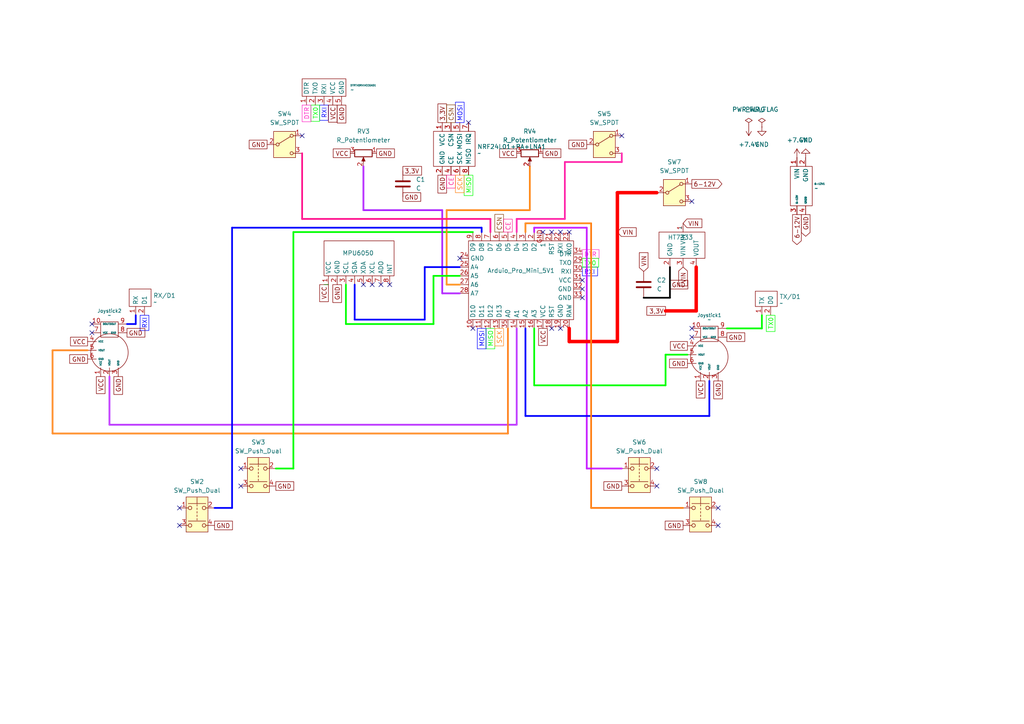
<source format=kicad_sch>
(kicad_sch (version 20231120) (generator "eeschema") (generator_version "8.0")
  (paper "A4")
  (lib_symbols
    (symbol "Controller_Components:6-12V"
      (property "Reference" "6-12V" (at 0 -4.826 0))
      (symbol "6-12V_0_1"
        (rectangle (start -3.175 0) (end 3.175 -11.43))
      )
      (symbol "6-12V_1_1"
        (pin passive line (at -1.27 2.54 270) (length 2.54) (name "VIN") (number "1"))
        (pin passive line (at 1.27 2.54 270) (length 2.54) (name "GND") (number "2"))
        (pin passive line (at -1.27 -13.97 90) (length 2.54) (name "6-12V") (number "3"))
        (pin passive line (at 1.27 -13.97 90) (length 2.54) (name "GNDO") (number "4"))
      )
    )
    (symbol "Controller_Components:Arduino_Pro_Mini_5V"
      (property "Reference" "Arduio_Pro_Mini_5V" (at -6.858 -18.542 0))
      (symbol "Arduino_Pro_Mini_5V_0_1"
        (rectangle (start -21.59 -5.08) (end 8.89 -27.94))
      )
      (symbol "Arduino_Pro_Mini_5V_1_1"
        (pin passive line (at -20.32 -30.48 90) (length 2.54) (name "D10") (number "10"))
        (pin passive line (at -17.78 -30.48 90) (length 2.54) (name "D11") (number "11"))
        (pin passive line (at -15.24 -30.48 90) (length 2.54) (name "D12") (number "12"))
        (pin passive line (at -12.7 -30.48 90) (length 2.54) (name "D13") (number "13"))
        (pin passive line (at -7.62 -30.48 90) (length 2.54) (name "A1") (number "14"))
        (pin passive line (at -5.08 -30.48 90) (length 2.54) (name "A2") (number "15"))
        (pin passive line (at -2.54 -30.48 90) (length 2.54) (name "A3") (number "16"))
        (pin passive line (at 0 -30.48 90) (length 2.54) (name "VCC") (number "17"))
        (pin passive line (at 2.54 -30.48 90) (length 2.54) (name "RST") (number "18"))
        (pin passive line (at 5.08 -30.48 90) (length 2.54) (name "GND") (number "19"))
        (pin passive line (at -2.54 -2.54 270) (length 2.54) (name "D2") (number "2"))
        (pin passive line (at 7.62 -30.48 90) (length 2.54) (name "RAW") (number "20"))
        (pin passive line (at 2.54 -2.54 270) (length 2.54) (name "RST") (number "21"))
        (pin passive line (at 5.08 -2.54 270) (length 2.54) (name "RXI") (number "22"))
        (pin passive line (at 7.62 -2.54 270) (length 2.54) (name "TXO") (number "23"))
        (pin passive line (at -24.13 -10.16 0) (length 2.54) (name "GND") (number "24"))
        (pin passive line (at -24.13 -12.7 0) (length 2.54) (name "A4") (number "25"))
        (pin passive line (at -24.13 -15.24 0) (length 2.54) (name "A5") (number "26"))
        (pin passive line (at -24.13 -17.78 0) (length 2.54) (name "A6") (number "27"))
        (pin passive line (at -24.13 -20.32 0) (length 2.54) (name "A7") (number "28"))
        (pin passive line (at 11.43 -11.43 180) (length 2.54) (name "TXO") (number "29"))
        (pin passive line (at -5.08 -2.54 270) (length 2.54) (name "D3") (number "3"))
        (pin passive line (at 11.43 -13.97 180) (length 2.54) (name "RXI") (number "30"))
        (pin passive line (at 11.43 -16.51 180) (length 2.54) (name "VCC") (number "31"))
        (pin passive line (at 11.43 -19.05 180) (length 2.54) (name "GND") (number "32"))
        (pin passive line (at 11.43 -21.59 180) (length 2.54) (name "GND") (number "33"))
        (pin passive line (at 11.43 -8.89 180) (length 2.54) (name "DTR") (number "34"))
        (pin passive line (at -10.16 -30.48 90) (length 2.54) (name "A0") (number "35"))
        (pin passive line (at -7.62 -2.54 270) (length 2.54) (name "D4") (number "4"))
        (pin passive line (at -10.16 -2.54 270) (length 2.54) (name "D5") (number "5"))
        (pin passive line (at -12.7 -2.54 270) (length 2.54) (name "D6") (number "6"))
        (pin passive line (at -15.24 -2.54 270) (length 2.54) (name "D7") (number "7"))
        (pin passive line (at -17.78 -2.54 270) (length 2.54) (name "D8") (number "8"))
        (pin passive line (at -20.32 -2.54 270) (length 2.54) (name "D9") (number "9"))
        (pin passive line (at 0 -2.54 270) (length 2.54) (name "1") (number "GND"))
      )
    )
    (symbol "Controller_Components:DTRTXORXIVCCGND"
      (property "Reference" "DTRTXORXIVCCGND" (at 0 -0.762 0))
      (symbol "DTRTXORXIVCCGND_0_1"
        (rectangle (start -6.35 0) (end 6.35 -5.08))
      )
      (symbol "DTRTXORXIVCCGND_1_1"
        (pin passive line (at -5.08 -7.62 90) (length 2.54) (name "DTR") (number "1"))
        (pin passive line (at -2.54 -7.62 90) (length 2.54) (name "TXO") (number "2"))
        (pin passive line (at 0 -7.62 90) (length 2.54) (name "RXI") (number "3"))
        (pin passive line (at 2.54 -7.62 90) (length 2.54) (name "VCC") (number "4"))
        (pin passive line (at 5.08 -7.62 90) (length 2.54) (name "GND") (number "5"))
      )
    )
    (symbol "Controller_Components:HT7333"
      (property "Reference" "HT7333" (at -1.016 -2.54 0))
      (symbol "HT7333_0_1"
        (rectangle (start -6.985 -1.27) (end 6.35 -8.89))
      )
      (symbol "HT7333_1_1"
        (pin passive line (at 0 1.27 270) (length 2.54) (name "VIN") (number "1"))
        (pin passive line (at -3.81 -11.43 90) (length 2.54) (name "GND") (number "2"))
        (pin passive line (at 0 -11.43 90) (length 2.54) (name "VIN") (number "3"))
        (pin passive line (at 3.81 -11.43 90) (length 2.54) (name "VOUT") (number "4"))
      )
    )
    (symbol "Controller_Components:Joystick"
      (property "Reference" "Joystick" (at 2.286 -6.35 90))
      (symbol "Joystick_0_1"
        (rectangle (start -2.54 1.905) (end 2.54 -2.54))
        (circle (center 0 -6.985) (radius 5.4254))
      )
      (symbol "Joystick_1_1"
        (pin passive line (at -2.54 -13.97 90) (length 2.54) (name "VCC") (number "1"))
        (pin passive line (at -5.08 1.27 0) (length 2.54) (name "DOUT") (number "10"))
        (pin passive line (at 0 -13.97 90) (length 2.54) (name "VOUT") (number "2"))
        (pin passive line (at 2.54 -13.97 90) (length 2.54) (name "GND") (number "3"))
        (pin passive line (at -6.35 -3.81 0) (length 2.54) (name "VCC") (number "4"))
        (pin passive line (at -6.35 -6.35 0) (length 2.54) (name "VOUT") (number "5"))
        (pin passive line (at -6.35 -8.89 0) (length 2.54) (name "GND") (number "6"))
        (pin passive line (at -5.08 -1.27 0) (length 2.54) (name "VCC") (number "7"))
        (pin passive line (at 5.08 -1.27 180) (length 2.54) (name "GND") (number "8"))
        (pin passive line (at 5.08 1.27 180) (length 2.54) (name "DOUT") (number "9"))
      )
    )
    (symbol "Controller_Components:MPU6050"
      (property "Reference" "MPU6050" (at 1.016 -9.906 0))
      (symbol "MPU6050_0_1"
        (rectangle (start -8.89 -6.35) (end 11.43 -16.51))
      )
      (symbol "MPU6050_1_1"
        (pin passive line (at -7.62 -19.05 90) (length 2.54) (name "VCC") (number "1"))
        (pin passive line (at -5.08 -19.05 90) (length 2.54) (name "GND") (number "2"))
        (pin passive line (at -2.54 -19.05 90) (length 2.54) (name "SCL") (number "3"))
        (pin passive line (at 0 -19.05 90) (length 2.54) (name "SDA") (number "4"))
        (pin passive line (at 2.54 -19.05 90) (length 2.54) (name "XDA") (number "5"))
        (pin passive line (at 5.08 -19.05 90) (length 2.54) (name "XCL") (number "6"))
        (pin passive line (at 7.62 -19.05 90) (length 2.54) (name "ADO") (number "7"))
        (pin passive line (at 10.16 -19.05 90) (length 2.54) (name "INT") (number "8"))
      )
    )
    (symbol "Controller_Components:NRF24L01+PA+LNA"
      (property "Reference" "NRF24L01+PA+LNA" (at -7.366 -9.398 90))
      (symbol "NRF24L01+PA+LNA_0_1"
        (rectangle (start -6.35 -15.24) (end 5.715 -5.08))
      )
      (symbol "NRF24L01+PA+LNA_1_1"
        (pin passive line (at -3.81 -2.54 270) (length 2.54) (name "VCC") (number "1"))
        (pin passive line (at -3.81 -17.78 90) (length 2.54) (name "GND") (number "2"))
        (pin passive line (at -1.27 -2.54 270) (length 2.54) (name "CSN") (number "3"))
        (pin passive line (at -1.27 -17.78 90) (length 2.54) (name "CE") (number "4"))
        (pin passive line (at 1.27 -2.54 270) (length 2.54) (name "MOSI") (number "5"))
        (pin passive line (at 1.27 -17.78 90) (length 2.54) (name "SCK") (number "6"))
        (pin passive line (at 3.81 -2.54 270) (length 2.54) (name "IRQ") (number "7"))
        (pin passive line (at 3.81 -17.78 90) (length 2.54) (name "MISO") (number "8"))
      )
    )
    (symbol "Controller_Components:RX/D1"
      (property "Reference" "RX/D1" (at 0 0 0))
      (symbol "RX/D1_0_1"
        (rectangle (start -3.175 1.27) (end 3.175 -3.81))
      )
      (symbol "RX/D1_1_1"
        (pin passive line (at -1.27 -6.35 90) (length 2.54) (name "RX") (number "1"))
        (pin passive line (at 1.27 -6.35 90) (length 2.54) (name "D1") (number "2"))
      )
    )
    (symbol "Controller_Components:TX/D0"
      (property "Reference" "TX/D0" (at 0 1.016 0))
      (symbol "TX/D0_0_1"
        (rectangle (start -3.175 1.905) (end 3.175 -2.54))
      )
      (symbol "TX/D0_1_1"
        (pin passive line (at -1.27 -5.08 90) (length 2.54) (name "TX") (number "1"))
        (pin passive line (at 1.27 -5.08 90) (length 2.54) (name "D0") (number "2"))
      )
    )
    (symbol "Device:C" (pin_numbers hide) (pin_names (offset 0.254))
      (property "Reference" "C" (at 0.635 2.54 0))
      (property "Value" "C" (at 0.635 -2.54 0))
      (symbol "C_0_1"
        (polyline (pts (xy -2.032 -0.762) (xy 2.032 -0.762)) (stroke (width 0.508)))
        (polyline (pts (xy -2.032 0.762) (xy 2.032 0.762)) (stroke (width 0.508)))
      )
      (symbol "C_1_1"
        (pin passive line (at 0 3.81 270) (length 2.794) (name "~") (number "1"))
        (pin passive line (at 0 -3.81 90) (length 2.794) (name "~") (number "2"))
      )
    )
    (symbol "Device:R_Potentiometer" (pin_names (offset 1.016) hide)
      (property "Reference" "RV" (at -4.445 0 90))
      (property "Value" "R_Potentiometer" (at -2.54 0 90))
      (symbol "R_Potentiometer_0_1"
        (polyline (pts (xy 2.54 0) (xy 1.524 0)))
        (polyline (pts (xy 1.143 0) (xy 2.286 0.508) (xy 2.286 -0.508) (xy 1.143 0)) (fill (type outline)))
        (rectangle (start 1.016 2.54) (end -1.016 -2.54) (stroke (width 0.254)))
      )
      (symbol "R_Potentiometer_1_1"
        (pin passive line (at 0 3.81 270) (length 1.27) (name "1") (number "1"))
        (pin passive line (at 3.81 0 180) (length 1.27) (name "2") (number "2"))
        (pin passive line (at 0 -3.81 90) (length 1.27) (name "3") (number "3"))
      )
    )
    (symbol "Switch:SW_Push_Dual" (pin_names (offset 1.016) hide)
      (property "Reference" "SW" (at 0 7.62 0))
      (property "Value" "SW_Push_Dual" (at 0 -6.35 0))
      (symbol "SW_Push_Dual_0_1"
        (circle (center -2.032 -2.54) (radius 0.508))
        (circle (center -2.032 2.54) (radius 0.508))
        (polyline (pts (xy 0 -0.508) (xy 0 -1.016)))
        (polyline (pts (xy 0 0.508) (xy 0 0)))
        (polyline (pts (xy 0 1.016) (xy 0 1.524)))
        (polyline (pts (xy 0 2.032) (xy 0 2.54)))
        (polyline (pts (xy 0 3.048) (xy 0 3.556)))
        (polyline (pts (xy 0 3.81) (xy 0 5.588)))
        (polyline (pts (xy 2.54 -1.27) (xy -2.54 -1.27)))
        (polyline (pts (xy 2.54 3.81) (xy -2.54 3.81)))
        (circle (center 2.032 -2.54) (radius 0.508))
        (circle (center 2.032 2.54) (radius 0.508))
        (pin passive line (at -5.08 2.54 0) (length 2.54) (name "1") (number "1"))
        (pin passive line (at 5.08 2.54 180) (length 2.54) (name "2") (number "2"))
        (pin passive line (at -5.08 -2.54 0) (length 2.54) (name "3") (number "3"))
        (pin passive line (at 5.08 -2.54 180) (length 2.54) (name "4") (number "4"))
      )
      (symbol "SW_Push_Dual_1_1"
        (rectangle (start -3.175 5.715) (end 3.175 -4.445) (fill (type background)))
      )
    )
    (symbol "Switch:SW_SPDT" (pin_names (offset 0) hide)
      (property "Reference" "SW" (at 0 5.08 0))
      (property "Value" "SW_SPDT" (at 0 -5.08 0))
      (symbol "SW_SPDT_0_1"
        (circle (center -2.032 0) (radius 0.4572))
        (polyline (pts (xy -1.651 0.254) (xy 1.651 2.286)))
        (circle (center 2.032 -2.54) (radius 0.4572))
        (circle (center 2.032 2.54) (radius 0.4572))
      )
      (symbol "SW_SPDT_1_1"
        (rectangle (start -3.175 3.81) (end 3.175 -3.81) (fill (type background)))
        (pin passive line (at 5.08 2.54 180) (length 2.54) (name "A") (number "1"))
        (pin passive line (at -5.08 0 0) (length 2.54) (name "B") (number "2"))
        (pin passive line (at 5.08 -2.54 180) (length 2.54) (name "C") (number "3"))
      )
    )
    (symbol "power:+7.5V" (power) (pin_numbers hide) (pin_names (offset 0) hide)
      (property "Value" "+7.5V" (at 0 3.556 0))
      (symbol "+7.5V_0_1"
        (polyline (pts (xy -0.762 1.27) (xy 0 2.54)))
        (polyline (pts (xy 0 0) (xy 0 2.54)))
        (polyline (pts (xy 0 2.54) (xy 0.762 1.27)))
      )
      (symbol "+7.5V_1_1"
        (pin power_in line (at 0 0 90) (length 0) (name "~") (number "1"))
      )
    )
    (symbol "power:GND" (power) (pin_numbers hide) (pin_names (offset 0) hide)
      (property "Value" "GND" (at 0 -3.81 0))
      (symbol "GND_0_1"
        (polyline (pts (xy 0 0) (xy 0 -1.27) (xy 1.27 -1.27) (xy 0 -2.54) (xy -1.27 -1.27) (xy 0 -1.27)))
      )
      (symbol "GND_1_1"
        (pin power_in line (at 0 0 270) (length 0) (name "~") (number "1"))
      )
    )
    (symbol "power:PWR_FLAG" (power) (pin_numbers hide) (pin_names (offset 0) hide)
      (property "Value" "PWR_FLAG" (at 0 3.81 0))
      (symbol "PWR_FLAG_0_0"
        (pin power_out line (at 0 0 90) (length 0) (name "~") (number "1"))
      )
      (symbol "PWR_FLAG_0_1"
        (polyline (pts (xy 0 0) (xy 0 1.27) (xy -1.016 1.905) (xy 0 2.54) (xy 1.016 1.905) (xy 0 1.27)))
      )
    )
  )
  (no_connect (at 157.48 67.31))
  (no_connect (at 137.16 95.25))
  (no_connect (at 208.28 152.4))
  (no_connect (at 135.89 35.56))
  (no_connect (at 52.07 152.4))
  (no_connect (at 200.66 97.79))
  (no_connect (at 160.02 95.25))
  (no_connect (at 208.28 147.32))
  (no_connect (at 69.85 140.97))
  (no_connect (at 168.91 81.28))
  (no_connect (at 190.5 140.97))
  (no_connect (at 190.5 135.89))
  (no_connect (at 52.07 147.32))
  (no_connect (at 87.63 39.37))
  (no_connect (at 105.41 82.55))
  (no_connect (at 160.02 67.31))
  (no_connect (at 133.35 74.93))
  (no_connect (at 168.91 86.36))
  (no_connect (at 165.1 67.31))
  (no_connect (at 180.34 39.37))
  (no_connect (at 200.66 95.25))
  (no_connect (at 162.56 67.31))
  (no_connect (at 26.67 93.98))
  (no_connect (at 107.95 82.55))
  (no_connect (at 168.91 83.82))
  (no_connect (at 110.49 82.55))
  (no_connect (at 113.03 82.55))
  (no_connect (at 69.85 135.89))
  (no_connect (at 200.66 58.42))
  (no_connect (at 26.67 96.52))
  (no_connect (at 162.56 95.25))
  (wire (pts (xy 170.18 135.89) (xy 170.18 66.04)) (stroke (width 0.5) (color 190 22 255 1)))
  (wire (pts (xy 193.04 90.17) (xy 201.93 90.17)) (stroke (width 1) (color 255 0 0 1)))
  (wire (pts (xy 139.7 66.04) (xy 139.7 67.31)) (stroke (width 0.5) (color 0 0 255 1)))
  (wire (pts (xy 153.67 60.96) (xy 153.67 48.26)) (stroke (width 0.5) (color 255 135 22 1)))
  (wire (pts (xy 179.07 55.88) (xy 179.07 99.06)) (stroke (width 1) (color 255 0 0 1)))
  (wire (pts (xy 105.41 60.96) (xy 128.27 60.96)) (stroke (width 0.5) (color 167 30 255 1)))
  (wire (pts (xy 129.54 60.96) (xy 153.67 60.96)) (stroke (width 0.5) (color 255 135 22 1)))
  (wire (pts (xy 15.24 125.73) (xy 147.32 125.73)) (stroke (width 0.5) (color 255 128 28 1)))
  (wire (pts (xy 165.1 99.06) (xy 165.1 95.25)) (stroke (width 1) (color 255 0 0 1)))
  (wire (pts (xy 129.54 82.55) (xy 133.35 82.55)) (stroke (width 0.5) (color 255 135 22 1)))
  (wire (pts (xy 85.09 135.89) (xy 85.09 67.31)) (stroke (width 0.5) (color 0 255 0 1)))
  (wire (pts (xy 80.01 135.89) (xy 85.09 135.89)) (stroke (width 0.5) (color 0 255 0 1)))
  (wire (pts (xy 15.24 101.6) (xy 25.4 101.6)) (stroke (width 0.5) (color 255 128 28 1)))
  (wire (pts (xy 193.04 102.87) (xy 199.39 102.87)) (stroke (width 0.5) (color 0 255 0 1)))
  (wire (pts (xy 194.31 86.36) (xy 194.31 77.47)) (stroke (width 0.5) (color 0 0 0 1)))
  (wire (pts (xy 171.45 147.32) (xy 171.45 64.77)) (stroke (width 0.5) (color 255 126 17 1)))
  (wire (pts (xy 149.86 63.5) (xy 163.83 63.5)) (stroke (width 0.5) (color 255 35 168 1)))
  (wire (pts (xy 163.83 46.99) (xy 180.34 46.99)) (stroke (width 0.5) (color 255 35 168 1)))
  (wire (pts (xy 142.24 67.31) (xy 142.24 63.5)) (stroke (width 0.5) (color 255 17 141 1)))
  (wire (pts (xy 193.04 111.76) (xy 154.94 111.76)) (stroke (width 0.5) (color 0 255 0 1)))
  (wire (pts (xy 125.73 93.98) (xy 100.33 93.98)) (stroke (width 0.5) (color 0 255 0 1)))
  (wire (pts (xy 100.33 93.98) (xy 100.33 82.55)) (stroke (width 0.5) (color 0 255 0 1)))
  (wire (pts (xy 201.93 77.47) (xy 201.93 90.17)) (stroke (width 1) (color 255 0 0 1)))
  (wire (pts (xy 93.98 82.55) (xy 95.25 82.55)))
  (wire (pts (xy 180.34 46.99) (xy 180.34 44.45)) (stroke (width 0.5) (color 255 35 168 1)))
  (wire (pts (xy 133.35 85.09) (xy 128.27 85.09)) (stroke (width 0.5) (color 167 30 255 1)))
  (wire (pts (xy 147.32 125.73) (xy 147.32 95.25)) (stroke (width 0.5) (color 255 128 28 1)))
  (wire (pts (xy 142.24 63.5) (xy 87.63 63.5)) (stroke (width 0.5) (color 255 17 141 1)))
  (wire (pts (xy 171.45 64.77) (xy 152.4 64.77)) (stroke (width 0.5) (color 255 126 17 1)))
  (wire (pts (xy 31.75 123.19) (xy 149.86 123.19)) (stroke (width 0.5) (color 179 46 255 1)))
  (wire (pts (xy 179.07 99.06) (xy 165.1 99.06)) (stroke (width 1) (color 255 0 0 1)))
  (wire (pts (xy 149.86 63.5) (xy 149.86 67.31)) (stroke (width 0.5) (color 255 35 168 1)))
  (wire (pts (xy 125.73 93.98) (xy 125.73 80.01)) (stroke (width 0.5) (color 0 255 0 1)))
  (wire (pts (xy 123.19 77.47) (xy 123.19 92.71)) (stroke (width 0.5) (color 0 0 255 1)))
  (wire (pts (xy 67.31 66.04) (xy 139.7 66.04)) (stroke (width 0.5) (color 0 0 255 1)))
  (wire (pts (xy 125.73 80.01) (xy 133.35 80.01)) (stroke (width 0.5) (color 0 255 0 1)))
  (wire (pts (xy 39.37 93.98) (xy 36.83 93.98)) (stroke (width 0.5) (color 0 0 255 1)))
  (wire (pts (xy 31.75 123.19) (xy 31.75 109.22)) (stroke (width 0.5) (color 179 46 255 1)))
  (wire (pts (xy 152.4 120.65) (xy 205.74 120.65)) (stroke (width 0.5) (color 0 0 255 1)))
  (wire (pts (xy 186.69 86.36) (xy 194.31 86.36)) (stroke (width 0.5) (color 0 0 0 1)))
  (wire (pts (xy 205.74 120.65) (xy 205.74 110.49)) (stroke (width 0.5) (color 0 0 255 1)))
  (wire (pts (xy 133.35 77.47) (xy 123.19 77.47)) (stroke (width 0.5) (color 0 0 255 1)))
  (wire (pts (xy 198.12 147.32) (xy 171.45 147.32)) (stroke (width 0.5) (color 255 126 17 1)))
  (wire (pts (xy 85.09 67.31) (xy 137.16 67.31)) (stroke (width 0.5) (color 0 255 0 1)))
  (wire (pts (xy 193.04 102.87) (xy 193.04 111.76)) (stroke (width 0.5) (color 0 255 0 1)))
  (wire (pts (xy 129.54 60.96) (xy 129.54 82.55)) (stroke (width 0.5) (color 255 135 22 1)))
  (wire (pts (xy 152.4 120.65) (xy 152.4 95.25)) (stroke (width 0.5) (color 0 0 255 1)))
  (wire (pts (xy 39.37 91.44) (xy 39.37 93.98)) (stroke (width 0.5) (color 0 0 255 1)))
  (wire (pts (xy 179.07 55.88) (xy 190.5 55.88)) (stroke (width 1) (color 255 0 0 1)))
  (wire (pts (xy 105.41 60.96) (xy 105.41 48.26)) (stroke (width 0.5) (color 167 30 255 1)))
  (wire (pts (xy 62.23 147.32) (xy 67.31 147.32)) (stroke (width 0.5) (color 0 0 255 1)))
  (wire (pts (xy 220.98 91.44) (xy 220.98 95.25)) (stroke (width 0.5) (color 0 255 0 1)))
  (wire (pts (xy 170.18 66.04) (xy 154.94 66.04)) (stroke (width 0.5) (color 190 22 255 1)))
  (wire (pts (xy 87.63 63.5) (xy 87.63 44.45)) (stroke (width 0.5) (color 255 17 141 1)))
  (wire (pts (xy 220.98 95.25) (xy 210.82 95.25)) (stroke (width 0.5) (color 0 255 0 1)))
  (wire (pts (xy 102.87 92.71) (xy 102.87 82.55)) (stroke (width 0.5) (color 0 0 255 1)))
  (wire (pts (xy 123.19 92.71) (xy 102.87 92.71)) (stroke (width 0.5) (color 0 0 255 1)))
  (wire (pts (xy 154.94 66.04) (xy 154.94 67.31)) (stroke (width 0.5) (color 190 22 255 1)))
  (wire (pts (xy 67.31 147.32) (xy 67.31 66.04)) (stroke (width 0.5) (color 0 0 255 1)))
  (wire (pts (xy 149.86 95.25) (xy 149.86 123.19)) (stroke (width 0.5) (color 179 46 255 1)))
  (wire (pts (xy 154.94 111.76) (xy 154.94 95.25)) (stroke (width 0.5) (color 0 255 0 1)))
  (wire (pts (xy 180.34 135.89) (xy 170.18 135.89)) (stroke (width 0.5) (color 190 22 255 1)))
  (wire (pts (xy 128.27 85.09) (xy 128.27 60.96)) (stroke (width 0.5) (color 167 30 255 1)))
  (wire (pts (xy 15.24 125.73) (xy 15.24 101.6)) (stroke (width 0.5) (color 255 128 28 1)))
  (wire (pts (xy 163.83 63.5) (xy 163.83 46.99)) (stroke (width 0.5) (color 255 35 168 1)))
  (wire (pts (xy 152.4 64.77) (xy 152.4 67.31)) (stroke (width 0.5) (color 255 126 17 1)))
  (global_label "TX0" (shape passive) (at 223.52 91.44 270) (property "Intersheetrefs" "${INTERSHEET_REFS}" (effects (hide yes))))
  (global_label "GND" (shape passive) (at 199.39 105.41 180) (property "Intersheetrefs" "${INTERSHEET_REFS}" (effects (hide yes))))
  (global_label "VCC" (shape passive) (at 96.52 30.48 270) (property "Intersheetrefs" "${INTERSHEET_REFS}" (effects (hide yes))))
  (global_label "MISO" (shape passive) (at 142.24 95.25 270) (property "Intersheetrefs" "${INTERSHEET_REFS}" (effects (hide yes))))
  (global_label "VCC" (shape passive) (at 25.4 99.06 180) (property "Intersheetrefs" "${INTERSHEET_REFS}" (effects (hide yes))))
  (global_label "GND" (shape passive) (at 180.34 140.97 180) (property "Intersheetrefs" "${INTERSHEET_REFS}" (effects (hide yes))))
  (global_label "GND" (shape passive) (at 36.83 96.52 0) (property "Intersheetrefs" "${INTERSHEET_REFS}" (effects (hide yes))))
  (global_label "6-12V" (shape output) (at 231.14 62.23 270) (property "Intersheetrefs" "${INTERSHEET_REFS}" (effects (hide yes))))
  (global_label "VCC" (shape passive) (at 101.6 44.45 180) (property "Intersheetrefs" "${INTERSHEET_REFS}" (effects (hide yes))))
  (global_label "VCC" (shape passive) (at 149.86 44.45 180) (property "Intersheetrefs" "${INTERSHEET_REFS}" (effects (hide yes))))
  (global_label "RXI" (shape passive) (at 168.91 78.74 0) (property "Intersheetrefs" "${INTERSHEET_REFS}" (effects (hide yes))))
  (global_label "CSN" (shape passive) (at 130.81 35.56 90) (property "Intersheetrefs" "${INTERSHEET_REFS}" (effects (hide yes))))
  (global_label "GND" (shape passive) (at 34.29 109.22 270) (property "Intersheetrefs" "${INTERSHEET_REFS}" (effects (hide yes))))
  (global_label "GND" (shape passive) (at 210.82 97.79 0) (property "Intersheetrefs" "${INTERSHEET_REFS}" (effects (hide yes))))
  (global_label "DTR" (shape passive) (at 88.9 30.48 270) (property "Intersheetrefs" "${INTERSHEET_REFS}" (effects (hide yes))))
  (global_label "GND" (shape passive) (at 208.28 110.49 270) (property "Intersheetrefs" "${INTERSHEET_REFS}" (effects (hide yes))))
  (global_label "GND" (shape passive) (at 25.4 104.14 180) (property "Intersheetrefs" "${INTERSHEET_REFS}" (effects (hide yes))))
  (global_label "VCC" (shape passive) (at 29.21 109.22 270) (property "Intersheetrefs" "${INTERSHEET_REFS}" (effects (hide yes))))
  (global_label "VIN" (shape input) (at 179.07 67.31 0) (property "Intersheetrefs" "${INTERSHEET_REFS}" (effects (hide yes))))
  (global_label "GND" (shape passive) (at 80.01 140.97 0) (property "Intersheetrefs" "${INTERSHEET_REFS}" (effects (hide yes))))
  (global_label "VCC" (shape passive) (at 157.48 95.25 270) (property "Intersheetrefs" "${INTERSHEET_REFS}" (effects (hide yes))))
  (global_label "3,3V" (shape passive) (at 193.04 90.17 180) (property "Intersheetrefs" "${INTERSHEET_REFS}" (effects (hide yes))))
  (global_label "3,3V" (shape passive) (at 128.27 35.56 90) (property "Intersheetrefs" "${INTERSHEET_REFS}" (effects (hide yes))))
  (global_label "MOSI" (shape passive) (at 133.35 35.56 90) (property "Intersheetrefs" "${INTERSHEET_REFS}" (effects (hide yes))))
  (global_label "TX0" (shape passive) (at 168.91 76.2 0) (property "Intersheetrefs" "${INTERSHEET_REFS}" (effects (hide yes))))
  (global_label "GND" (shape passive) (at 198.12 152.4 180) (property "Intersheetrefs" "${INTERSHEET_REFS}" (effects (hide yes))))
  (global_label "GND" (shape passive) (at 77.47 41.91 180) (property "Intersheetrefs" "${INTERSHEET_REFS}" (effects (hide yes))))
  (global_label "TX0" (shape passive) (at 91.44 30.48 270) (property "Intersheetrefs" "${INTERSHEET_REFS}" (effects (hide yes))))
  (global_label "MOSI" (shape passive) (at 139.7 95.25 270) (property "Intersheetrefs" "${INTERSHEET_REFS}" (effects (hide yes))))
  (global_label "VCC" (shape passive) (at 199.39 100.33 180) (property "Intersheetrefs" "${INTERSHEET_REFS}" (effects (hide yes))))
  (global_label "GND" (shape passive) (at 157.48 44.45 0) (property "Intersheetrefs" "${INTERSHEET_REFS}" (effects (hide yes))))
  (global_label "3,3V" (shape passive) (at 116.84 49.53 0) (property "Intersheetrefs" "${INTERSHEET_REFS}" (effects (hide yes))))
  (global_label "GND" (shape passive) (at 170.18 41.91 180) (property "Intersheetrefs" "${INTERSHEET_REFS}" (effects (hide yes))))
  (global_label "SCK" (shape passive) (at 133.35 50.8 270) (property "Intersheetrefs" "${INTERSHEET_REFS}" (effects (hide yes))))
  (global_label "VIN" (shape input) (at 186.69 78.74 90) (property "Intersheetrefs" "${INTERSHEET_REFS}" (effects (hide yes))))
  (global_label "DTR" (shape passive) (at 168.91 73.66 0) (property "Intersheetrefs" "${INTERSHEET_REFS}" (effects (hide yes))))
  (global_label "CSN" (shape passive) (at 144.78 67.31 90) (property "Intersheetrefs" "${INTERSHEET_REFS}" (effects (hide yes))))
  (global_label "VIN" (shape input) (at 198.12 77.47 270) (property "Intersheetrefs" "${INTERSHEET_REFS}" (effects (hide yes))))
  (global_label "GND" (shape passive) (at 97.79 82.55 270) (property "Intersheetrefs" "${INTERSHEET_REFS}" (effects (hide yes))))
  (global_label "CE" (shape passive) (at 147.32 67.31 90) (property "Intersheetrefs" "${INTERSHEET_REFS}" (effects (hide yes))))
  (global_label "MISO" (shape passive) (at 135.89 50.8 270) (property "Intersheetrefs" "${INTERSHEET_REFS}" (effects (hide yes))))
  (global_label "GND" (shape passive) (at 99.06 30.48 270) (property "Intersheetrefs" "${INTERSHEET_REFS}" (effects (hide yes))))
  (global_label "CE" (shape passive) (at 130.81 50.8 270) (property "Intersheetrefs" "${INTERSHEET_REFS}" (effects (hide yes))))
  (global_label "GND" (shape passive) (at 62.23 152.4 0) (property "Intersheetrefs" "${INTERSHEET_REFS}" (effects (hide yes))))
  (global_label "RXI" (shape passive) (at 93.98 30.48 270) (property "Intersheetrefs" "${INTERSHEET_REFS}" (effects (hide yes))))
  (global_label "6-12V" (shape output) (at 200.66 53.34 0) (property "Intersheetrefs" "${INTERSHEET_REFS}" (effects (hide yes))))
  (global_label "GND" (shape passive) (at 116.84 57.15 0) (property "Intersheetrefs" "${INTERSHEET_REFS}" (effects (hide yes))))
  (global_label "VCC" (shape passive) (at 93.98 82.55 270) (property "Intersheetrefs" "${INTERSHEET_REFS}" (effects (hide yes))))
  (global_label "VCC" (shape passive) (at 203.2 110.49 270) (property "Intersheetrefs" "${INTERSHEET_REFS}" (effects (hide yes))))
  (global_label "GND" (shape passive) (at 109.22 44.45 0) (property "Intersheetrefs" "${INTERSHEET_REFS}" (effects (hide yes))))
  (global_label "GND" (shape passive) (at 194.31 82.55 0) (property "Intersheetrefs" "${INTERSHEET_REFS}" (effects (hide yes))))
  (global_label "RXI" (shape passive) (at 41.91 91.44 270) (property "Intersheetrefs" "${INTERSHEET_REFS}" (effects (hide yes))))
  (global_label "VIN" (shape input) (at 198.12 64.77 0) (property "Intersheetrefs" "${INTERSHEET_REFS}" (effects (hide yes))))
  (global_label "GND" (shape output) (at 233.68 62.23 270) (property "Intersheetrefs" "${INTERSHEET_REFS}" (effects (hide yes))))
  (global_label "SCK" (shape passive) (at 144.78 95.25 270) (property "Intersheetrefs" "${INTERSHEET_REFS}" (effects (hide yes))))
  (global_label "GND" (shape passive) (at 128.27 50.8 270) (property "Intersheetrefs" "${INTERSHEET_REFS}" (effects (hide yes))))
  (symbol (lib_id "Device:R_Potentiometer") (at 105.41 44.45 270) (unit 1)
    (property "Reference" "RV3" (at 105.41 38.1 90))
    (property "Value" "R_Potentiometer" (at 105.41 40.64 90))
    (property "Footprint" "footprints:POTENTIOMETER" (effects (hide yes)))
    (property "Description" "Potentiometer" (effects (hide yes)))
  )
  (symbol (lib_id "power:+7.5V") (at 217.17 36.83 180) (unit 1)
    (property "Reference" "#PWR03" (effects (hide yes)))
    (property "Value" "+7.4V" (at 217.17 41.91 0))
    (property "Description" "Power symbol creates a global label with name \"+7.5V\"" (effects (hide yes)))
  )
  (symbol (lib_id "Switch:SW_Push_Dual") (at 57.15 149.86 0) (unit 1)
    (property "Reference" "SW2" (at 57.15 139.7 0))
    (property "Value" "SW_Push_Dual" (at 57.15 142.24 0))
    (property "Footprint" "footprints:BTN" (effects (hide yes)))
    (property "Description" "Push button switch, generic, symbol, four pins" (effects (hide yes)))
  )
  (symbol (lib_id "Switch:SW_Push_Dual") (at 185.42 138.43 0) (unit 1)
    (property "Reference" "SW6" (at 185.42 128.27 0))
    (property "Value" "SW_Push_Dual" (at 185.42 130.81 0))
    (property "Footprint" "footprints:BTN" (effects (hide yes)))
    (property "Description" "Push button switch, generic, symbol, four pins" (effects (hide yes)))
  )
  (symbol (lib_id "power:GND") (at 233.68 45.72 180) (unit 1)
    (property "Reference" "#PWR02" (effects (hide yes)))
    (property "Value" "GND" (at 233.68 40.64 0))
    (property "Description" "Power symbol creates a global label with name \"GND\" , ground" (effects (hide yes)))
  )
  (symbol (lib_id "Controller_Components:MPU6050") (at 102.87 63.5 0) (unit 1)
    (property "Reference" "MPU6050" (at 103.886 73.406 0))
    (property "Value" "~" (at 102.87 63.5 0))
    (property "Footprint" "footprints:MPU6050" (effects (hide yes)))
  )
  (symbol (lib_id "power:PWR_FLAG") (at 220.98 36.83 0) (unit 1)
    (property "Reference" "#FLG02" (effects (hide yes)))
    (property "Value" "PWR_FLAG" (at 220.98 31.75 0))
    (property "Description" "Special symbol for telling ERC where power comes from" (effects (hide yes)))
  )
  (symbol (lib_id "Controller_Components:DTRTXORXIVCCGND") (at 93.98 22.86 0) (unit 1)
    (property "Reference" "DTRTXORXIVCCGND1" (at 101.6 24.7649 0) (effects (font (size 0.5 0.5)) (justify left)))
    (property "Value" "~" (at 101.6 26.035 0) (effects (justify left)))
    (property "Footprint" "footprints:MAIN_PINS" (effects (hide yes)))
  )
  (symbol (lib_id "Device:C") (at 186.69 82.55 180) (unit 1)
    (property "Reference" "C2" (at 190.5 81.2799 0) (effects (justify right)))
    (property "Value" "C" (at 190.5 83.8199 0) (effects (justify right)))
    (property "Footprint" "footprints:C" (effects (hide yes)))
    (property "Description" "Unpolarized capacitor" (effects (hide yes)))
  )
  (symbol (lib_id "Controller_Components:RX/D1") (at 40.64 85.09 0) (unit 1)
    (property "Reference" "RX/D1" (at 44.45 85.7249 0) (effects (justify left)))
    (property "Value" "~" (at 44.45 87.63 0) (effects (justify left)))
    (property "Footprint" "footprints:RXD1" (effects (hide yes)))
  )
  (symbol (lib_id "Switch:SW_Push_Dual") (at 203.2 149.86 0) (unit 1)
    (property "Reference" "SW8" (at 203.2 139.7 0))
    (property "Value" "SW_Push_Dual" (at 203.2 142.24 0))
    (property "Footprint" "footprints:BTN" (effects (hide yes)))
    (property "Description" "Push button switch, generic, symbol, four pins" (effects (hide yes)))
  )
  (symbol (lib_id "power:+7.5V") (at 231.14 45.72 0) (unit 1)
    (property "Reference" "#PWR01" (effects (hide yes)))
    (property "Value" "+7.4V" (at 231.14 40.64 0))
    (property "Description" "Power symbol creates a global label with name \"+7.5V\"" (effects (hide yes)))
  )
  (symbol (lib_id "Switch:SW_SPDT") (at 82.55 41.91 0) (unit 1)
    (property "Reference" "SW4" (at 82.55 33.02 0))
    (property "Value" "SW_SPDT" (at 82.55 35.56 0))
    (property "Footprint" "footprints:TOGGLE_SWITCH" (effects (hide yes)))
    (property "Description" "Switch, single pole double throw" (effects (hide yes)))
  )
  (symbol (lib_id "Device:R_Potentiometer") (at 153.67 44.45 270) (unit 1)
    (property "Reference" "RV4" (at 153.67 38.1 90))
    (property "Value" "R_Potentiometer" (at 153.67 40.64 90))
    (property "Footprint" "footprints:POTENTIOMETER" (effects (hide yes)))
    (property "Description" "Potentiometer" (effects (hide yes)))
  )
  (symbol (lib_id "Device:C") (at 116.84 53.34 180) (unit 1)
    (property "Reference" "C1" (at 120.65 52.0699 0) (effects (justify right)))
    (property "Value" "C" (at 120.65 54.6099 0) (effects (justify right)))
    (property "Footprint" "footprints:C" (effects (hide yes)))
    (property "Description" "Unpolarized capacitor" (effects (hide yes)))
  )
  (symbol (lib_id "Controller_Components:HT7333") (at 198.12 66.04 0) (unit 1)
    (property "Reference" "HT7333" (at 197.358 68.834 0))
    (property "Value" "~" (at 197.485 66.04 0))
    (property "Footprint" "footprints:HT7333" (effects (hide yes)))
  )
  (symbol (lib_id "Controller_Components:Joystick") (at 205.74 96.52 0) (unit 1)
    (property "Reference" "Joystick1" (at 205.74 91.44 0) (effects (font (size 1 1))))
    (property "Value" "~" (at 205.74 92.71 0))
    (property "Footprint" "footprints:JOYSTICK" (effects (hide yes)))
  )
  (symbol (lib_id "power:GND") (at 220.98 36.83 0) (unit 1)
    (property "Reference" "#PWR04" (effects (hide yes)))
    (property "Value" "GND" (at 220.98 41.91 0))
    (property "Description" "Power symbol creates a global label with name \"GND\" , ground" (effects (hide yes)))
  )
  (symbol (lib_id "Switch:SW_SPDT") (at 175.26 41.91 0) (unit 1)
    (property "Reference" "SW5" (at 175.26 33.02 0))
    (property "Value" "SW_SPDT" (at 175.26 35.56 0))
    (property "Footprint" "footprints:TOGGLE_SWITCH" (effects (hide yes)))
    (property "Description" "Switch, single pole double throw" (effects (hide yes)))
  )
  (symbol (lib_id "Switch:SW_Push_Dual") (at 74.93 138.43 0) (unit 1)
    (property "Reference" "SW3" (at 74.93 128.27 0))
    (property "Value" "SW_Push_Dual" (at 74.93 130.81 0))
    (property "Footprint" "footprints:BTN" (effects (hide yes)))
    (property "Description" "Push button switch, generic, symbol, four pins" (effects (hide yes)))
  )
  (symbol (lib_id "Controller_Components:6-12V") (at 232.41 48.26 0) (unit 1)
    (property "Reference" "6-12V1" (at 236.22 53.3399 0) (effects (font (size 0.5 0.5)) (justify left)))
    (property "Value" "~" (at 236.22 54.61 0) (effects (justify left)))
    (property "Footprint" "footprints:6-12V" (effects (hide yes)))
  )
  (symbol (lib_id "Controller_Components:Arduino_Pro_Mini_5V") (at 157.48 64.77 0) (unit 1)
    (property "Reference" "Arduio_Pro_Mini_5V1" (at 151.13 78.486 0))
    (property "Value" "~" (at 157.48 64.77 0))
    (property "Footprint" "footprints:ARDUINO" (effects (hide yes)))
  )
  (symbol (lib_id "Controller_Components:NRF24L01+PA+LNA") (at 132.08 33.02 0) (unit 1)
    (property "Reference" "NRF24L01+PA+LNA1" (at 138.43 42.5449 0) (effects (justify left)))
    (property "Value" "~" (at 138.43 44.45 0) (effects (justify left)))
    (property "Footprint" "footprints:NRF24L01" (effects (hide yes)))
  )
  (symbol (lib_id "Controller_Components:Joystick") (at 31.75 95.25 0) (unit 1)
    (property "Reference" "Joystick2" (at 31.75 90.17 0) (effects (font (size 1 1))))
    (property "Value" "~" (at 31.75 91.44 0))
    (property "Footprint" "footprints:JOYSTICK" (effects (hide yes)))
  )
  (symbol (lib_id "Controller_Components:TX/D0") (at 222.25 86.36 0) (unit 1)
    (property "Reference" "TX/D1" (at 226.06 86.0424 0) (effects (justify left)))
    (property "Value" "~" (at 226.06 87.9475 0) (effects (justify left)))
    (property "Footprint" "footprints:TXD0" (effects (hide yes)))
  )
  (symbol (lib_id "Switch:SW_SPDT") (at 195.58 55.88 0) (unit 1)
    (property "Reference" "SW7" (at 195.58 46.99 0))
    (property "Value" "SW_SPDT" (at 195.58 49.53 0))
    (property "Footprint" "footprints:SLIDING_SWITCH" (effects (hide yes)))
    (property "Description" "Switch, single pole double throw" (effects (hide yes)))
  )
  (symbol (lib_id "power:PWR_FLAG") (at 217.17 36.83 0) (unit 1)
    (property "Reference" "#FLG01" (effects (hide yes)))
    (property "Value" "PWR_FLAG" (at 217.17 31.75 0))
    (property "Description" "Special symbol for telling ERC where power comes from" (effects (hide yes)))
  )
)
</source>
